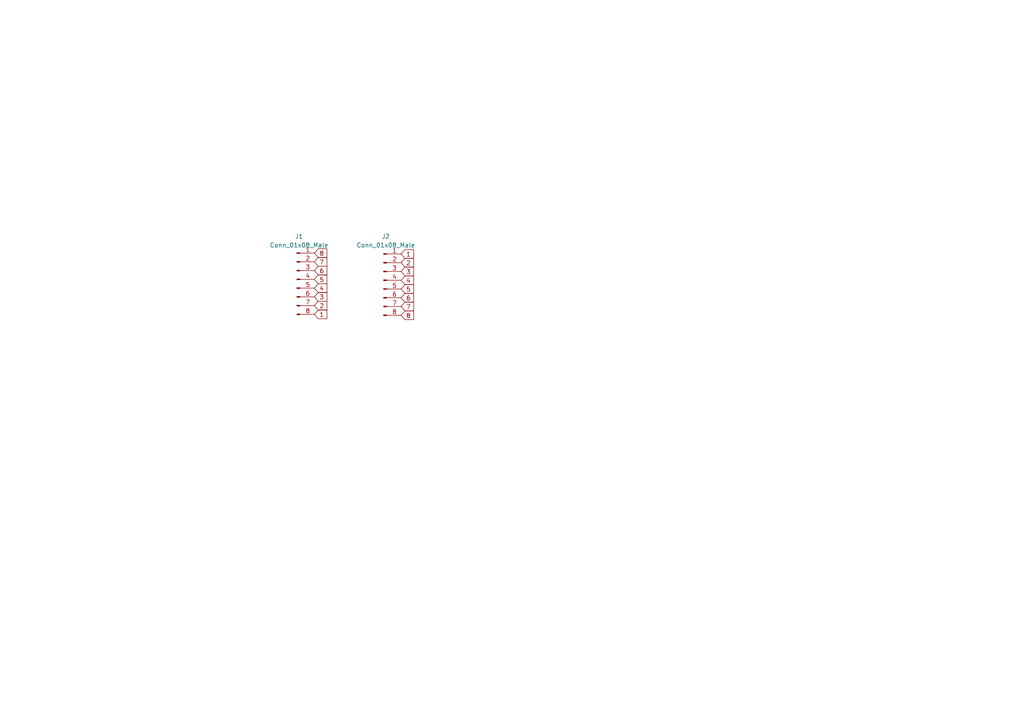
<source format=kicad_sch>
(kicad_sch (version 20211123) (generator eeschema)
  (paper "A4")
  (lib_symbols
    (symbol "Connector:Conn_01x08_Male" (pin_names (offset 1.016) hide)
      (property "Reference" "J" (at 0 10.16 0))
      (property "Value" "Conn_01x08_Male" (at 0 -12.7 0))
      (symbol "Conn_01x08_Male_1_1"
        (polyline (pts (xy 1.27 -10.16) (xy 0.8636 -10.16)) (stroke (width 0.1524)))
        (polyline (pts (xy 1.27 -7.62) (xy 0.8636 -7.62)) (stroke (width 0.1524)))
        (polyline (pts (xy 1.27 -5.08) (xy 0.8636 -5.08)) (stroke (width 0.1524)))
        (polyline (pts (xy 1.27 -2.54) (xy 0.8636 -2.54)) (stroke (width 0.1524)))
        (polyline (pts (xy 1.27 0) (xy 0.8636 0)) (stroke (width 0.1524)))
        (polyline (pts (xy 1.27 2.54) (xy 0.8636 2.54)) (stroke (width 0.1524)))
        (polyline (pts (xy 1.27 5.08) (xy 0.8636 5.08)) (stroke (width 0.1524)))
        (polyline (pts (xy 1.27 7.62) (xy 0.8636 7.62)) (stroke (width 0.1524)))
        (rectangle (start 0.8636 -10.033) (end 0 -10.287) (stroke (width 0.1524)) (fill (type outline)))
        (rectangle (start 0.8636 -7.493) (end 0 -7.747) (stroke (width 0.1524)) (fill (type outline)))
        (rectangle (start 0.8636 -4.953) (end 0 -5.207) (stroke (width 0.1524)) (fill (type outline)))
        (rectangle (start 0.8636 -2.413) (end 0 -2.667) (stroke (width 0.1524)) (fill (type outline)))
        (rectangle (start 0.8636 0.127) (end 0 -0.127) (stroke (width 0.1524)) (fill (type outline)))
        (rectangle (start 0.8636 2.667) (end 0 2.413) (stroke (width 0.1524)) (fill (type outline)))
        (rectangle (start 0.8636 5.207) (end 0 4.953) (stroke (width 0.1524)) (fill (type outline)))
        (rectangle (start 0.8636 7.747) (end 0 7.493) (stroke (width 0.1524)) (fill (type outline)))
        (pin passive line (at 5.08 7.62 180) (length 3.81) (name "Pin_1") (number "1"))
        (pin passive line (at 5.08 5.08 180) (length 3.81) (name "Pin_2") (number "2"))
        (pin passive line (at 5.08 2.54 180) (length 3.81) (name "Pin_3") (number "3"))
        (pin passive line (at 5.08 0 180) (length 3.81) (name "Pin_4") (number "4"))
        (pin passive line (at 5.08 -2.54 180) (length 3.81) (name "Pin_5") (number "5"))
        (pin passive line (at 5.08 -5.08 180) (length 3.81) (name "Pin_6") (number "6"))
        (pin passive line (at 5.08 -7.62 180) (length 3.81) (name "Pin_7") (number "7"))
        (pin passive line (at 5.08 -10.16 180) (length 3.81) (name "Pin_8") (number "8"))
      )
    )
  )
  (global_label "7" (shape input) (at 91.186 75.946 0) (property "Intersheet References" "${INTERSHEET_REFS}" (effects hide)))
  (global_label "3" (shape input) (at 116.332 78.74 0) (property "Intersheet References" "${INTERSHEET_REFS}" (effects hide)))
  (global_label "4" (shape input) (at 116.332 81.28 0) (property "Intersheet References" "${INTERSHEET_REFS}" (effects hide)))
  (global_label "5" (shape input) (at 91.186 81.026 0) (property "Intersheet References" "${INTERSHEET_REFS}" (effects hide)))
  (global_label "2" (shape input) (at 116.332 76.2 0) (property "Intersheet References" "${INTERSHEET_REFS}" (effects hide)))
  (global_label "2" (shape input) (at 91.186 88.646 0) (property "Intersheet References" "${INTERSHEET_REFS}" (effects hide)))
  (global_label "6" (shape input) (at 116.332 86.36 0) (property "Intersheet References" "${INTERSHEET_REFS}" (effects hide)))
  (global_label "1" (shape input) (at 91.186 91.186 0) (property "Intersheet References" "${INTERSHEET_REFS}" (effects hide)))
  (global_label "8" (shape input) (at 91.186 73.406 0) (property "Intersheet References" "${INTERSHEET_REFS}" (effects hide)))
  (global_label "7" (shape input) (at 116.332 88.9 0) (property "Intersheet References" "${INTERSHEET_REFS}" (effects hide)))
  (global_label "5" (shape input) (at 116.332 83.82 0) (property "Intersheet References" "${INTERSHEET_REFS}" (effects hide)))
  (global_label "8" (shape input) (at 116.332 91.44 0) (property "Intersheet References" "${INTERSHEET_REFS}" (effects hide)))
  (global_label "6" (shape input) (at 91.186 78.486 0) (property "Intersheet References" "${INTERSHEET_REFS}" (effects hide)))
  (global_label "4" (shape input) (at 91.186 83.566 0) (property "Intersheet References" "${INTERSHEET_REFS}" (effects hide)))
  (global_label "1" (shape input) (at 116.332 73.66 0) (property "Intersheet References" "${INTERSHEET_REFS}" (effects hide)))
  (global_label "3" (shape input) (at 91.186 86.106 0) (property "Intersheet References" "${INTERSHEET_REFS}" (effects hide)))
  (symbol (lib_id "Connector:Conn_01x08_Male") (at 86.106 81.026 0) (unit 1)
    (property "Reference" "J1" (at 86.741 68.58 0))
    (property "Value" "Conn_01x08_Male" (at 86.741 71.12 0))
    (property "Footprint" "STS_connector:flexpcb con." (effects hide))
  )
  (symbol (lib_id "Connector:Conn_01x08_Male") (at 111.252 81.28 0) (unit 1)
    (property "Reference" "J2" (at 111.887 68.58 0))
    (property "Value" "Conn_01x08_Male" (at 111.887 71.12 0))
    (property "Footprint" "STS_connector:flexpcb con." (effects hide))
  )
)
</source>
